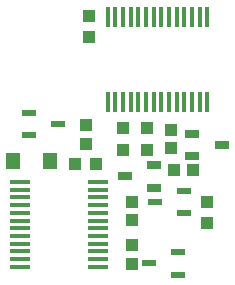
<source format=gtp>
G04 Layer: TopPasteMaskLayer*
G04 EasyEDA v6.4.0, 2020-07-20T23:37:23+02:00*
G04 8414f0393b39484c82beb45b477d05cc,d798ca008b2c48fc9d28453cf4f639a5,10*
G04 Gerber Generator version 0.2*
G04 Scale: 100 percent, Rotated: No, Reflected: No *
G04 Dimensions in millimeters *
G04 leading zeros omitted , absolute positions ,3 integer and 3 decimal *
%FSLAX33Y33*%
%MOMM*%
G90*
G71D02*

%ADD13R,1.099998X0.999998*%
%ADD14R,0.406400X1.803400*%
%ADD15R,0.999998X1.099998*%
%ADD16R,1.299997X0.599999*%
%ADD17R,1.250010X0.699999*%
%ADD18R,1.199998X1.399997*%
%ADD19R,1.803400X0.406400*%

%LPD*%
G54D13*
G01X14097Y16521D03*
G01X14097Y14720D03*
G01X10922Y15202D03*
G01X10922Y16801D03*
G54D14*
G01X21243Y25927D03*
G01X20593Y25927D03*
G01X19943Y25927D03*
G01X19293Y25927D03*
G01X18643Y25927D03*
G01X17993Y25927D03*
G01X17342Y25927D03*
G01X16692Y25927D03*
G01X16042Y25927D03*
G01X15392Y25927D03*
G01X14742Y25927D03*
G01X14092Y25927D03*
G01X13442Y25927D03*
G01X12792Y25927D03*
G01X12792Y18776D03*
G01X13442Y18776D03*
G01X14092Y18776D03*
G01X14742Y18776D03*
G01X15392Y18776D03*
G01X16042Y18776D03*
G01X16692Y18776D03*
G01X17342Y18776D03*
G01X17993Y18776D03*
G01X18643Y18776D03*
G01X19293Y18776D03*
G01X19943Y18776D03*
G01X20593Y18776D03*
G01X21243Y18776D03*
G54D15*
G01X19976Y12954D03*
G01X18377Y12954D03*
G54D13*
G01X18161Y14821D03*
G01X18161Y16420D03*
G54D16*
G01X6166Y15940D03*
G01X8566Y16890D03*
G01X6166Y17840D03*
G54D17*
G01X14244Y12446D03*
G01X16743Y13395D03*
G01X16743Y11496D03*
G01X22458Y15113D03*
G01X19959Y14163D03*
G01X19959Y16062D03*
G54D13*
G01X16129Y16521D03*
G01X16129Y14720D03*
G01X11176Y24245D03*
G01X11176Y26046D03*
G54D16*
G01X19233Y11236D03*
G01X16834Y10287D03*
G01X19233Y9337D03*
G01X18725Y6029D03*
G01X16326Y5080D03*
G01X18725Y4130D03*
G54D18*
G01X7950Y13716D03*
G01X4749Y13716D03*
G54D13*
G01X14859Y8724D03*
G01X14859Y10324D03*
G01X14859Y6642D03*
G01X14859Y5042D03*
G54D19*
G01X5336Y11963D03*
G01X5336Y11303D03*
G01X5336Y10668D03*
G01X5336Y10007D03*
G01X5336Y9347D03*
G01X5336Y8712D03*
G01X5336Y8051D03*
G01X5336Y7416D03*
G01X5336Y6756D03*
G01X5336Y6096D03*
G01X5336Y5461D03*
G01X5336Y4800D03*
G01X11935Y4800D03*
G01X11935Y5461D03*
G01X11935Y6096D03*
G01X11935Y6756D03*
G01X11935Y7416D03*
G01X11935Y8051D03*
G01X11935Y8712D03*
G01X11935Y9347D03*
G01X11935Y10007D03*
G01X11935Y10668D03*
G01X11935Y11303D03*
G01X11935Y11963D03*
G54D15*
G01X11821Y13462D03*
G01X10021Y13462D03*
G54D13*
G01X21209Y10297D03*
G01X21209Y8497D03*
M00*
M02*

</source>
